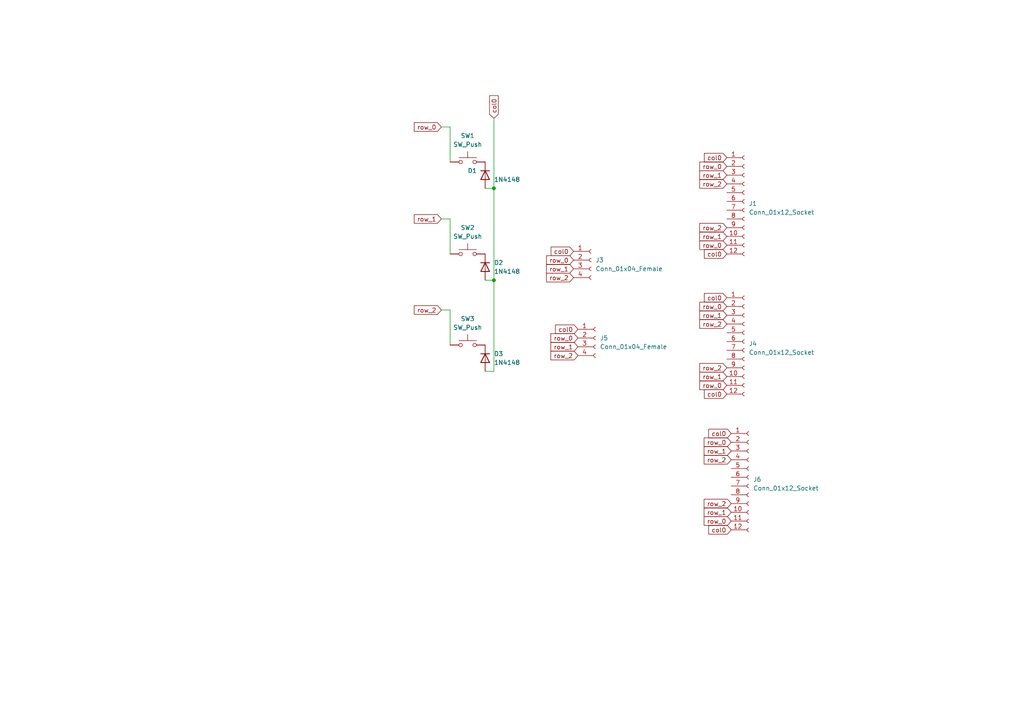
<source format=kicad_sch>
(kicad_sch (version 20230121) (generator eeschema)
  (paper "A4")
  (lib_symbols
    (symbol "Connector:Conn_01x04_Female" (pin_names (offset 1.016) hide)
      (property "Reference" "J" (at 0 5.08 0))
      (property "Value" "Conn_01x04_Female" (at 0 -7.62 0))
      (symbol "Conn_01x04_Female_1_1"
        (arc (start 0 -4.572) (mid -0.5058 -5.08) (end 0 -5.588) (stroke (width 0.1524)))
        (arc (start 0 -2.032) (mid -0.5058 -2.54) (end 0 -3.048) (stroke (width 0.1524)))
        (polyline (pts (xy -1.27 -5.08) (xy -0.508 -5.08)) (stroke (width 0.1524)))
        (polyline (pts (xy -1.27 -2.54) (xy -0.508 -2.54)) (stroke (width 0.1524)))
        (polyline (pts (xy -1.27 0) (xy -0.508 0)) (stroke (width 0.1524)))
        (polyline (pts (xy -1.27 2.54) (xy -0.508 2.54)) (stroke (width 0.1524)))
        (arc (start 0 0.508) (mid -0.5058 0) (end 0 -0.508) (stroke (width 0.1524)))
        (arc (start 0 3.048) (mid -0.5058 2.54) (end 0 2.032) (stroke (width 0.1524)))
        (pin passive line (at -5.08 2.54 0) (length 3.81) (name "Pin_1") (number "1"))
        (pin passive line (at -5.08 0 0) (length 3.81) (name "Pin_2") (number "2"))
        (pin passive line (at -5.08 -2.54 0) (length 3.81) (name "Pin_3") (number "3"))
        (pin passive line (at -5.08 -5.08 0) (length 3.81) (name "Pin_4") (number "4"))
      )
    )
    (symbol "Connector:Conn_01x12_Socket" (pin_names (offset 1.016) hide)
      (property "Reference" "J" (at 0 15.24 0))
      (property "Value" "Conn_01x12_Socket" (at 0 -17.78 0))
      (symbol "Conn_01x12_Socket_1_1"
        (arc (start 0 -14.732) (mid -0.5058 -15.24) (end 0 -15.748) (stroke (width 0.1524)))
        (arc (start 0 -12.192) (mid -0.5058 -12.7) (end 0 -13.208) (stroke (width 0.1524)))
        (arc (start 0 -9.652) (mid -0.5058 -10.16) (end 0 -10.668) (stroke (width 0.1524)))
        (arc (start 0 -7.112) (mid -0.5058 -7.62) (end 0 -8.128) (stroke (width 0.1524)))
        (arc (start 0 -4.572) (mid -0.5058 -5.08) (end 0 -5.588) (stroke (width 0.1524)))
        (arc (start 0 -2.032) (mid -0.5058 -2.54) (end 0 -3.048) (stroke (width 0.1524)))
        (polyline (pts (xy -1.27 -15.24) (xy -0.508 -15.24)) (stroke (width 0.1524)))
        (polyline (pts (xy -1.27 -12.7) (xy -0.508 -12.7)) (stroke (width 0.1524)))
        (polyline (pts (xy -1.27 -10.16) (xy -0.508 -10.16)) (stroke (width 0.1524)))
        (polyline (pts (xy -1.27 -7.62) (xy -0.508 -7.62)) (stroke (width 0.1524)))
        (polyline (pts (xy -1.27 -5.08) (xy -0.508 -5.08)) (stroke (width 0.1524)))
        (polyline (pts (xy -1.27 -2.54) (xy -0.508 -2.54)) (stroke (width 0.1524)))
        (polyline (pts (xy -1.27 0) (xy -0.508 0)) (stroke (width 0.1524)))
        (polyline (pts (xy -1.27 2.54) (xy -0.508 2.54)) (stroke (width 0.1524)))
        (polyline (pts (xy -1.27 5.08) (xy -0.508 5.08)) (stroke (width 0.1524)))
        (polyline (pts (xy -1.27 7.62) (xy -0.508 7.62)) (stroke (width 0.1524)))
        (polyline (pts (xy -1.27 10.16) (xy -0.508 10.16)) (stroke (width 0.1524)))
        (polyline (pts (xy -1.27 12.7) (xy -0.508 12.7)) (stroke (width 0.1524)))
        (arc (start 0 0.508) (mid -0.5058 0) (end 0 -0.508) (stroke (width 0.1524)))
        (arc (start 0 3.048) (mid -0.5058 2.54) (end 0 2.032) (stroke (width 0.1524)))
        (arc (start 0 5.588) (mid -0.5058 5.08) (end 0 4.572) (stroke (width 0.1524)))
        (arc (start 0 8.128) (mid -0.5058 7.62) (end 0 7.112) (stroke (width 0.1524)))
        (arc (start 0 10.668) (mid -0.5058 10.16) (end 0 9.652) (stroke (width 0.1524)))
        (arc (start 0 13.208) (mid -0.5058 12.7) (end 0 12.192) (stroke (width 0.1524)))
        (pin passive line (at -5.08 12.7 0) (length 3.81) (name "Pin_1") (number "1"))
        (pin passive line (at -5.08 -10.16 0) (length 3.81) (name "Pin_10") (number "10"))
        (pin passive line (at -5.08 -12.7 0) (length 3.81) (name "Pin_11") (number "11"))
        (pin passive line (at -5.08 -15.24 0) (length 3.81) (name "Pin_12") (number "12"))
        (pin passive line (at -5.08 10.16 0) (length 3.81) (name "Pin_2") (number "2"))
        (pin passive line (at -5.08 7.62 0) (length 3.81) (name "Pin_3") (number "3"))
        (pin passive line (at -5.08 5.08 0) (length 3.81) (name "Pin_4") (number "4"))
        (pin passive line (at -5.08 2.54 0) (length 3.81) (name "Pin_5") (number "5"))
        (pin passive line (at -5.08 0 0) (length 3.81) (name "Pin_6") (number "6"))
        (pin passive line (at -5.08 -2.54 0) (length 3.81) (name "Pin_7") (number "7"))
        (pin passive line (at -5.08 -5.08 0) (length 3.81) (name "Pin_8") (number "8"))
        (pin passive line (at -5.08 -7.62 0) (length 3.81) (name "Pin_9") (number "9"))
      )
    )
    (symbol "Switch:SW_Push" (pin_numbers hide) (pin_names (offset 1.016) hide)
      (property "Reference" "SW" (at 1.27 2.54 0))
      (property "Value" "SW_Push" (at 0 -1.524 0))
      (symbol "SW_Push_0_1"
        (circle (center -2.032 0) (radius 0.508))
        (polyline (pts (xy 0 1.27) (xy 0 3.048)))
        (polyline (pts (xy 2.54 1.27) (xy -2.54 1.27)))
        (circle (center 2.032 0) (radius 0.508))
        (pin passive line (at -5.08 0 0) (length 2.54) (name "1") (number "1"))
        (pin passive line (at 5.08 0 180) (length 2.54) (name "2") (number "2"))
      )
    )
    (symbol "alaa:Diode_1N4148" (pin_numbers hide) (pin_names (offset 1.016) hide)
      (property "Reference" "D4" (at 2.54 1.2701 90))
      (property "Value" "Diode_1N4148" (at 2.54 -1.2699 90))
      (symbol "Diode_1N4148_0_1"
        (polyline (pts (xy -1.27 1.27) (xy -1.27 -1.27)) (stroke (width 0.254)))
        (polyline (pts (xy 1.27 0) (xy -1.27 0)))
        (polyline (pts (xy 1.27 1.27) (xy 1.27 -1.27) (xy -1.27 0) (xy 1.27 1.27)) (stroke (width 0.254)))
      )
      (symbol "Diode_1N4148_1_1"
        (pin passive line (at -3.81 0 0) (length 2.54) (name "K") (number "1"))
        (pin passive line (at 3.81 0 180) (length 2.54) (name "A") (number "2"))
      )
    )
  )
  (junction (at 143.256 54.61))
  (junction (at 143.256 81.28))
  (wire (pts (xy 143.256 81.28) (xy 143.256 107.696)))
  (wire (pts (xy 130.556 36.83) (xy 130.556 46.99)))
  (wire (pts (xy 140.716 107.696) (xy 143.256 107.696)))
  (wire (pts (xy 128.016 63.5) (xy 130.556 63.5)))
  (wire (pts (xy 143.256 54.61) (xy 140.716 54.61)))
  (wire (pts (xy 130.556 89.916) (xy 130.556 100.076)))
  (wire (pts (xy 143.256 81.28) (xy 143.256 54.61)))
  (wire (pts (xy 128.016 36.83) (xy 130.556 36.83)))
  (wire (pts (xy 143.256 34.29) (xy 143.256 54.61)))
  (wire (pts (xy 128.016 89.916) (xy 130.556 89.916)))
  (wire (pts (xy 130.556 73.66) (xy 130.556 63.5)))
  (wire (pts (xy 143.256 81.28) (xy 140.716 81.28)))
  (global_label "col0" (shape input) (at 212.09 125.73 180) (property "Intersheetrefs" "${INTERSHEET_REFS}" (effects hide)))
  (global_label "row_1" (shape input) (at 212.09 130.81 180) (property "Intersheetrefs" "${INTERSHEET_REFS}" (effects hide)))
  (global_label "row_0" (shape input) (at 210.82 88.9 180) (property "Intersheetrefs" "${INTERSHEET_REFS}" (effects hide)))
  (global_label "row_1" (shape input) (at 167.64 100.584 180) (property "Intersheetrefs" "${INTERSHEET_REFS}" (effects hide)))
  (global_label "row_2" (shape input) (at 167.64 103.124 180) (property "Intersheetrefs" "${INTERSHEET_REFS}" (effects hide)))
  (global_label "col0" (shape input) (at 210.82 114.3 180) (property "Intersheetrefs" "${INTERSHEET_REFS}" (effects hide)))
  (global_label "row_0" (shape input) (at 212.09 128.27 180) (property "Intersheetrefs" "${INTERSHEET_REFS}" (effects hide)))
  (global_label "col0" (shape input) (at 167.64 95.504 180) (property "Intersheetrefs" "${INTERSHEET_REFS}" (effects hide)))
  (global_label "row_1" (shape input) (at 166.37 77.978 180) (property "Intersheetrefs" "${INTERSHEET_REFS}" (effects hide)))
  (global_label "row_1" (shape input) (at 128.016 63.5 180) (property "Intersheetrefs" "${INTERSHEET_REFS}" (effects hide)))
  (global_label "col0" (shape input) (at 212.09 153.67 180) (property "Intersheetrefs" "${INTERSHEET_REFS}" (effects hide)))
  (global_label "col0" (shape input) (at 143.256 34.29 90) (property "Intersheetrefs" "${INTERSHEET_REFS}" (effects hide)))
  (global_label "row_0" (shape input) (at 210.82 71.12 180) (property "Intersheetrefs" "${INTERSHEET_REFS}" (effects hide)))
  (global_label "row_1" (shape input) (at 212.09 148.59 180) (property "Intersheetrefs" "${INTERSHEET_REFS}" (effects hide)))
  (global_label "col0" (shape input) (at 166.37 72.898 180) (property "Intersheetrefs" "${INTERSHEET_REFS}" (effects hide)))
  (global_label "row_2" (shape input) (at 210.82 106.68 180) (property "Intersheetrefs" "${INTERSHEET_REFS}" (effects hide)))
  (global_label "col0" (shape input) (at 210.82 73.66 180) (property "Intersheetrefs" "${INTERSHEET_REFS}" (effects hide)))
  (global_label "row_0" (shape input) (at 166.37 75.438 180) (property "Intersheetrefs" "${INTERSHEET_REFS}" (effects hide)))
  (global_label "row_2" (shape input) (at 128.016 89.916 180) (property "Intersheetrefs" "${INTERSHEET_REFS}" (effects hide)))
  (global_label "col0" (shape input) (at 210.82 86.36 180) (property "Intersheetrefs" "${INTERSHEET_REFS}" (effects hide)))
  (global_label "row_0" (shape input) (at 212.09 151.13 180) (property "Intersheetrefs" "${INTERSHEET_REFS}" (effects hide)))
  (global_label "row_1" (shape input) (at 210.82 91.44 180) (property "Intersheetrefs" "${INTERSHEET_REFS}" (effects hide)))
  (global_label "row_2" (shape input) (at 212.09 146.05 180) (property "Intersheetrefs" "${INTERSHEET_REFS}" (effects hide)))
  (global_label "row_0" (shape input) (at 210.82 111.76 180) (property "Intersheetrefs" "${INTERSHEET_REFS}" (effects hide)))
  (global_label "row_0" (shape input) (at 167.64 98.044 180) (property "Intersheetrefs" "${INTERSHEET_REFS}" (effects hide)))
  (global_label "row_2" (shape input) (at 166.37 80.518 180) (property "Intersheetrefs" "${INTERSHEET_REFS}" (effects hide)))
  (global_label "row_2" (shape input) (at 210.82 93.98 180) (property "Intersheetrefs" "${INTERSHEET_REFS}" (effects hide)))
  (global_label "row_1" (shape input) (at 210.82 109.22 180) (property "Intersheetrefs" "${INTERSHEET_REFS}" (effects hide)))
  (global_label "col0" (shape input) (at 210.82 45.72 180) (property "Intersheetrefs" "${INTERSHEET_REFS}" (effects hide)))
  (global_label "row_0" (shape input) (at 210.82 48.26 180) (property "Intersheetrefs" "${INTERSHEET_REFS}" (effects hide)))
  (global_label "row_2" (shape input) (at 210.82 66.04 180) (property "Intersheetrefs" "${INTERSHEET_REFS}" (effects hide)))
  (global_label "row_0" (shape input) (at 128.016 36.83 180) (property "Intersheetrefs" "${INTERSHEET_REFS}" (effects hide)))
  (global_label "row_1" (shape input) (at 210.82 50.8 180) (property "Intersheetrefs" "${INTERSHEET_REFS}" (effects hide)))
  (global_label "row_2" (shape input) (at 210.82 53.34 180) (property "Intersheetrefs" "${INTERSHEET_REFS}" (effects hide)))
  (global_label "row_2" (shape input) (at 212.09 133.35 180) (property "Intersheetrefs" "${INTERSHEET_REFS}" (effects hide)))
  (global_label "row_1" (shape input) (at 210.82 68.58 180) (property "Intersheetrefs" "${INTERSHEET_REFS}" (effects hide)))
  (symbol (lib_id "Switch:SW_Push") (at 135.636 46.99 0) (unit 1)
    (property "Reference" "SW1" (at 135.636 39.37 0))
    (property "Value" "SW_Push" (at 135.636 41.91 0))
    (property "Footprint" "Alaa:kailh-mx-choc-direct-solder" (effects hide))
  )
  (symbol (lib_id "Switch:SW_Push") (at 135.636 73.66 0) (unit 1)
    (property "Reference" "SW2" (at 135.636 66.04 0))
    (property "Value" "SW_Push" (at 135.636 68.58 0))
    (property "Footprint" "Alaa:kailh-mx-choc-direct-solder" (effects hide))
  )
  (symbol (lib_id "alaa:Diode_1N4148") (at 140.716 50.8 270) (unit 1)
    (property "Reference" "D1" (at 135.636 49.53 90) (effects (justify left)))
    (property "Value" "1N4148" (at 143.256 52.0699 90) (effects (justify left)))
    (property "Footprint" "Alaa:D_SOD-123-rotated" (effects hide))
    (property "Datasheet" "https://assets.nexperia.com/documents/data-sheet/1N4148_1N4448.pdf" (effects hide))
    (property "LCSC" "C8598" (effects hide))
  )
  (symbol (lib_id "alaa:Diode_1N4148") (at 140.716 103.886 270) (unit 1)
    (property "Reference" "D3" (at 143.256 102.6159 90) (effects (justify left)))
    (property "Value" "1N4148" (at 143.256 105.1559 90) (effects (justify left)))
    (property "Footprint" "Alaa:D_SOD-123-rotated" (effects hide))
    (property "Datasheet" "https://assets.nexperia.com/documents/data-sheet/1N4148_1N4448.pdf" (effects hide))
    (property "LCSC" "C8598" (effects hide))
  )
  (symbol (lib_id "alaa:Diode_1N4148") (at 140.716 77.47 270) (unit 1)
    (property "Reference" "D2" (at 143.256 76.1999 90) (effects (justify left)))
    (property "Value" "1N4148" (at 143.256 78.7399 90) (effects (justify left)))
    (property "Footprint" "Alaa:D_SOD-123-rotated" (effects hide))
    (property "Datasheet" "https://assets.nexperia.com/documents/data-sheet/1N4148_1N4448.pdf" (effects hide))
    (property "LCSC" "C8598" (effects hide))
  )
  (symbol (lib_id "Connector:Conn_01x04_Female") (at 172.72 98.044 0) (unit 1)
    (property "Reference" "J5" (at 173.99 98.0439 0) (effects (justify left)))
    (property "Value" "Conn_01x04_Female" (at 173.99 100.5839 0) (effects (justify left)))
    (property "Footprint" "Alaa:4x2THT" (effects hide))
  )
  (symbol (lib_id "Switch:SW_Push") (at 135.636 100.076 0) (unit 1)
    (property "Reference" "SW3" (at 135.636 92.456 0))
    (property "Value" "SW_Push" (at 135.636 94.996 0))
    (property "Footprint" "Alaa:kailh-mx-choc-direct-solder" (effects hide))
  )
  (symbol (lib_id "Connector:Conn_01x12_Socket") (at 215.9 99.06 0) (unit 1)
    (property "Reference" "J4" (at 217.17 99.695 0) (effects (justify left)))
    (property "Value" "Conn_01x12_Socket" (at 217.17 102.235 0) (effects (justify left)))
    (property "Footprint" "Alaa:FPC-SMD_FPC05012-09200-.5mm-rev" (effects hide))
    (property "LCSC" "C479750" (effects hide))
  )
  (symbol (lib_id "Connector:Conn_01x12_Socket") (at 215.9 58.42 0) (unit 1)
    (property "Reference" "J1" (at 217.17 59.055 0) (effects (justify left)))
    (property "Value" "Conn_01x12_Socket" (at 217.17 61.595 0) (effects (justify left)))
    (property "Footprint" "Alaa:FPC-SMD_FPC05012-09200-.5mm-rev" (effects hide))
    (property "LCSC" "C479750" (effects hide))
  )
  (symbol (lib_id "Connector:Conn_01x04_Female") (at 171.45 75.438 0) (unit 1)
    (property "Reference" "J3" (at 172.72 75.4379 0) (effects (justify left)))
    (property "Value" "Conn_01x04_Female" (at 172.72 77.9779 0) (effects (justify left)))
    (property "Footprint" "Alaa:4x2THT" (effects hide))
  )
  (symbol (lib_id "Connector:Conn_01x12_Socket") (at 217.17 138.43 0) (unit 1)
    (property "Reference" "J6" (at 218.44 139.065 0) (effects (justify left)))
    (property "Value" "Conn_01x12_Socket" (at 218.44 141.605 0) (effects (justify left)))
    (property "Footprint" "Alaa:FPC-SMD_FPC05012-09200-.5mm-rev" (effects hide))
    (property "LCSC" "C479750" (effects hide))
  )
)
</source>
